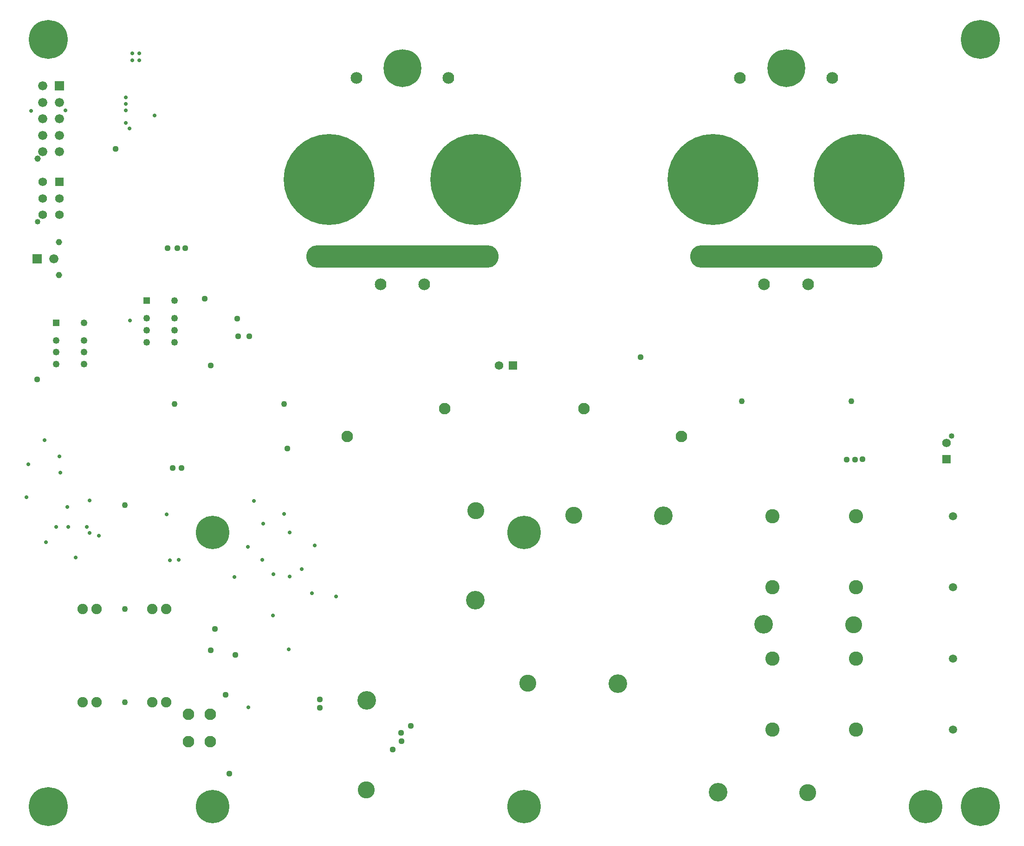
<source format=gbr>
%TF.GenerationSoftware,Altium Limited,Altium Designer,24.2.2 (26)*%
G04 Layer_Color=16711935*
%FSLAX45Y45*%
%MOMM*%
%TF.SameCoordinates,E62911D3-7CC7-41A5-B2DD-A777233C8753*%
%TF.FilePolarity,Negative*%
%TF.FileFunction,Soldermask,Bot*%
%TF.Part,Single*%
G01*
G75*
%TA.AperFunction,ComponentPad*%
%ADD69C,1.57000*%
%ADD70R,1.57000X1.57000*%
%ADD72R,1.25000X1.25000*%
%ADD73C,1.25000*%
%ADD74R,1.57000X1.57000*%
%ADD75C,1.02000*%
%ADD83C,3.40160*%
%ADD84C,3.10160*%
%ADD85C,7.10160*%
%ADD86C,6.10160*%
%ADD87C,1.50160*%
%ADD88C,2.60160*%
%ADD89O,35.10160X4.10160*%
%ADD90C,2.13360*%
%ADD91C,6.90160*%
%ADD92C,16.60160*%
%ADD93C,1.17240*%
%ADD94C,1.67240*%
%ADD95R,1.67240X1.67240*%
%TA.AperFunction,WasherPad*%
%ADD96C,1.10160*%
%TA.AperFunction,ComponentPad*%
%ADD97C,2.10160*%
%ADD98C,1.90160*%
%TA.AperFunction,ViaPad*%
%ADD99C,0.73660*%
%ADD100C,1.11760*%
D69*
X8723000Y8550000D02*
D03*
X16881000Y7135000D02*
D03*
X400000Y11300000D02*
D03*
Y11600000D02*
D03*
Y11900000D02*
D03*
X700000Y11300000D02*
D03*
Y11600000D02*
D03*
D70*
X8977000Y8550000D02*
D03*
D72*
X2296000Y9730000D02*
D03*
X646000Y9330000D02*
D03*
D73*
X2804000Y9730000D02*
D03*
X2296000Y9410000D02*
D03*
Y9190000D02*
D03*
Y8970000D02*
D03*
X2804000D02*
D03*
Y9190000D02*
D03*
Y9410000D02*
D03*
X1154000Y9010000D02*
D03*
Y8790000D02*
D03*
Y8570000D02*
D03*
X646000D02*
D03*
Y8790000D02*
D03*
Y9010000D02*
D03*
X1154000Y9330000D02*
D03*
D74*
X16881000Y6835000D02*
D03*
X700000Y11900000D02*
D03*
D75*
X16978999Y7263000D02*
D03*
X302000Y11172000D02*
D03*
D83*
X11721500Y5803300D02*
D03*
X13551500Y3823300D02*
D03*
X12715000Y760000D02*
D03*
X10885000Y2740000D02*
D03*
X6310000Y2435000D02*
D03*
X8290000Y4265000D02*
D03*
D84*
X10086500Y5813300D02*
D03*
X15186501Y3813300D02*
D03*
X14350000Y750000D02*
D03*
X9250000Y2750000D02*
D03*
X6300000Y800000D02*
D03*
X8300000Y5900000D02*
D03*
D85*
X17500000Y14500000D02*
D03*
X500000D02*
D03*
Y500000D02*
D03*
X17500000D02*
D03*
D86*
X3500000D02*
D03*
X9175000Y5500000D02*
D03*
Y500000D02*
D03*
X3500000Y5500000D02*
D03*
X16500000Y500000D02*
D03*
D87*
X17000000Y5800000D02*
D03*
Y1900000D02*
D03*
Y3200000D02*
D03*
Y4500000D02*
D03*
D88*
X15230000Y5800000D02*
D03*
X13710001D02*
D03*
X15230000Y1900000D02*
D03*
X13710001D02*
D03*
Y3200000D02*
D03*
X15230000D02*
D03*
Y4500000D02*
D03*
X13710001D02*
D03*
D89*
X6960000Y10540000D02*
D03*
X13960001D02*
D03*
D90*
X7800000Y13800000D02*
D03*
X6120000D02*
D03*
X7360000Y10030000D02*
D03*
X6560000D02*
D03*
X13560001D02*
D03*
X14360001D02*
D03*
X13120000Y13800000D02*
D03*
X14800000D02*
D03*
D91*
X6960000Y13972000D02*
D03*
X13960001D02*
D03*
D92*
X8295000Y11940000D02*
D03*
X5625000D02*
D03*
X12625000D02*
D03*
X15295000D02*
D03*
D93*
X694000Y10799999D02*
D03*
Y10200000D02*
D03*
X302000Y12322000D02*
D03*
D94*
X600000Y10500000D02*
D03*
X400000Y12450000D02*
D03*
Y12750000D02*
D03*
Y13050000D02*
D03*
Y13350000D02*
D03*
Y13650000D02*
D03*
X700000Y12450000D02*
D03*
Y12750000D02*
D03*
Y13050000D02*
D03*
Y13350000D02*
D03*
D95*
X300000Y10500000D02*
D03*
X700000Y13650000D02*
D03*
D96*
X1900000Y2400000D02*
D03*
Y4100000D02*
D03*
Y6000000D02*
D03*
X2800000Y7850000D02*
D03*
X4800000D02*
D03*
X13150000Y7900000D02*
D03*
X15150000D02*
D03*
D97*
X3054400Y2184400D02*
D03*
X3454400D02*
D03*
X3054400Y1684400D02*
D03*
X3454400D02*
D03*
X5952000Y7250000D02*
D03*
X7730000Y7758000D02*
D03*
X10270000D02*
D03*
X12048000Y7250000D02*
D03*
D98*
X2654000Y2400000D02*
D03*
X2400000D02*
D03*
X1384000D02*
D03*
X1130000D02*
D03*
X2654000Y4100000D02*
D03*
X2400000D02*
D03*
X1384000D02*
D03*
X1130000D02*
D03*
D99*
X457200Y5321300D02*
D03*
X2032000Y14122400D02*
D03*
X2159000D02*
D03*
X4419600Y5664200D02*
D03*
X812800Y13208000D02*
D03*
X1420000Y5440899D02*
D03*
X4805000Y5838550D02*
D03*
X4254500Y6076950D02*
D03*
X4900000Y5500000D02*
D03*
X5359400Y5264150D02*
D03*
X4140200Y5238750D02*
D03*
X2717800Y4991100D02*
D03*
X2663400Y5832900D02*
D03*
X3898900Y4686300D02*
D03*
X5308600Y4394200D02*
D03*
X5127300Y4832649D02*
D03*
X4600532Y3987800D02*
D03*
X4400000Y5000000D02*
D03*
X4900000Y4700000D02*
D03*
X2882900Y5003800D02*
D03*
X4610100Y4737100D02*
D03*
X5753100Y4330700D02*
D03*
X4889500Y3365500D02*
D03*
X4152900Y2311400D02*
D03*
X1981360Y12877640D02*
D03*
X1917700Y12977522D02*
D03*
X189134Y13199448D02*
D03*
X1993900Y9372600D02*
D03*
X101600Y6146800D02*
D03*
X1251087Y5493548D02*
D03*
X139700Y6743700D02*
D03*
X723900Y6591300D02*
D03*
X647700Y5600700D02*
D03*
X863600D02*
D03*
X1257300Y6083300D02*
D03*
X850150Y5969750D02*
D03*
X1003300Y5041900D02*
D03*
X1202424Y5599624D02*
D03*
X1917700Y13442290D02*
D03*
Y13321950D02*
D03*
Y13208000D02*
D03*
X2437192Y13115393D02*
D03*
X2159000Y14249400D02*
D03*
X2032000D02*
D03*
X703761Y6892561D02*
D03*
X430600Y7187000D02*
D03*
D100*
X7112000Y1968500D02*
D03*
X6946900Y1689100D02*
D03*
X6781800Y1536700D02*
D03*
X4864100Y7035800D02*
D03*
X3460938Y8549300D02*
D03*
X2927676Y6680200D02*
D03*
X15348935Y6835000D02*
D03*
X15062199Y6832600D02*
D03*
X15214600D02*
D03*
X2768600Y6680200D02*
D03*
X6934200Y1841500D02*
D03*
X3538654Y3741264D02*
D03*
X3467100Y3352800D02*
D03*
X3911600Y3263900D02*
D03*
X3733800Y2540000D02*
D03*
X5450000Y2450000D02*
D03*
Y2300000D02*
D03*
X3800000Y1100000D02*
D03*
X3001401Y10693400D02*
D03*
X2851150D02*
D03*
X2679700D02*
D03*
X3947160Y9404387D02*
D03*
X4165600Y9080500D02*
D03*
X3962400D02*
D03*
X3352800Y9766300D02*
D03*
X300000Y8295534D02*
D03*
X11300000Y8700000D02*
D03*
X1731015Y12500000D02*
D03*
%TF.MD5,f8cb96ece052d5f8bc0d582cd4b3a814*%
M02*

</source>
